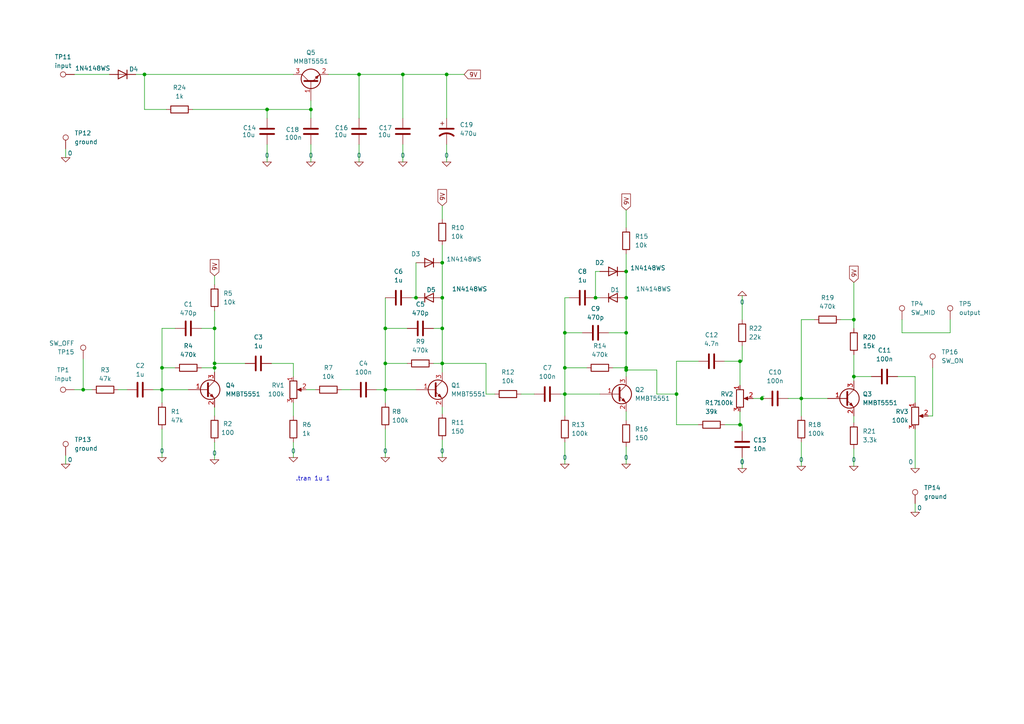
<source format=kicad_sch>
(kicad_sch (version 20250114) (generator "eeschema") (generator_version "9.0")
  (paper "A4")
  (lib_symbols
    (symbol "Connector:TestPoint" (pin_numbers (hide yes)) (pin_names (offset 0.762) (hide yes))
      (property "Reference" "TP" (at 0 6.858 0))
      (property "Value" "TestPoint" (at 0 5.08 0))
      (symbol "TestPoint_0_1"
        (circle (center 0 3.302) (radius 0.762))
      )
      (symbol "TestPoint_1_1"
        (pin passive line (at 0 0 90) (length 2.54) (name "1") (number "1"))
      )
    )
    (symbol "Device:C" (pin_numbers (hide yes)) (pin_names (offset 0.254))
      (property "Reference" "C" (at 0.635 2.54 0))
      (property "Value" "C" (at 0.635 -2.54 0))
      (symbol "C_0_1"
        (polyline (pts (xy -2.032 0.762) (xy 2.032 0.762)) (stroke (width 0.508)))
        (polyline (pts (xy -2.032 -0.762) (xy 2.032 -0.762)) (stroke (width 0.508)))
      )
      (symbol "C_1_1"
        (pin passive line (at 0 3.81 270) (length 2.794) (name "~") (number "1"))
        (pin passive line (at 0 -3.81 90) (length 2.794) (name "~") (number "2"))
      )
    )
    (symbol "Device:C_Polarized_US" (pin_numbers (hide yes)) (pin_names (offset 0.254) (hide yes))
      (property "Reference" "C" (at 0.635 2.54 0))
      (property "Value" "C_Polarized_US" (at 0.635 -2.54 0))
      (symbol "C_Polarized_US_0_1"
        (polyline (pts (xy -2.032 0.762) (xy 2.032 0.762)) (stroke (width 0.508)))
        (polyline (pts (xy -1.778 2.286) (xy -0.762 2.286)))
        (polyline (pts (xy -1.27 1.778) (xy -1.27 2.794)))
        (arc (start -2.032 -1.27) (mid 0 -0.5572) (end 2.032 -1.27) (stroke (width 0.508)))
      )
      (symbol "C_Polarized_US_1_1"
        (pin passive line (at 0 3.81 270) (length 2.794) (name "~") (number "1"))
        (pin passive line (at 0 -3.81 90) (length 3.302) (name "~") (number "2"))
      )
    )
    (symbol "Device:R" (pin_numbers (hide yes)) (pin_names (offset 0))
      (property "Reference" "R" (at 2.032 0 90))
      (property "Value" "R" (at 0 0 90))
      (symbol "R_0_1"
        (rectangle (start -1.016 -2.54) (end 1.016 2.54) (stroke (width 0.254)))
      )
      (symbol "R_1_1"
        (pin passive line (at 0 3.81 270) (length 1.27) (name "~") (number "1"))
        (pin passive line (at 0 -3.81 90) (length 1.27) (name "~") (number "2"))
      )
    )
    (symbol "Device:R_Potentiometer" (pin_names (offset 1.016) (hide yes))
      (property "Reference" "RV" (at -4.445 0 90))
      (property "Value" "R_Potentiometer" (at -2.54 0 90))
      (symbol "R_Potentiometer_0_1"
        (rectangle (start 1.016 2.54) (end -1.016 -2.54) (stroke (width 0.254)))
        (polyline (pts (xy 1.143 0) (xy 2.286 0.508) (xy 2.286 -0.508) (xy 1.143 0)) (fill (type outline)))
        (polyline (pts (xy 2.54 0) (xy 1.524 0)))
      )
      (symbol "R_Potentiometer_1_1"
        (pin passive line (at 0 3.81 270) (length 1.27) (name "1") (number "1"))
        (pin passive line (at 0 -3.81 90) (length 1.27) (name "3") (number "3"))
        (pin passive line (at 3.81 0 180) (length 1.27) (name "2") (number "2"))
      )
    )
    (symbol "Diode:1N4148WS" (pin_numbers (hide yes)) (pin_names (hide yes))
      (property "Reference" "D" (at 0 2.54 0))
      (property "Value" "1N4148WS" (at 0 -2.54 0))
      (symbol "1N4148WS_0_1"
        (polyline (pts (xy -1.27 1.27) (xy -1.27 -1.27)) (stroke (width 0.254)))
        (polyline (pts (xy 1.27 1.27) (xy 1.27 -1.27) (xy -1.27 0) (xy 1.27 1.27)) (stroke (width 0.254)))
        (polyline (pts (xy 1.27 0) (xy -1.27 0)))
      )
      (symbol "1N4148WS_1_1"
        (pin passive line (at -3.81 0 0) (length 2.54) (name "K") (number "1"))
        (pin passive line (at 3.81 0 180) (length 2.54) (name "A") (number "2"))
      )
    )
    (symbol "Simulation_SPICE:0" (power) (pin_names (offset 0))
      (property "Value" "0" (at 0 -1.778 0))
      (symbol "0_0_1"
        (polyline (pts (xy -1.27 0) (xy 0 -1.27) (xy 1.27 0) (xy -1.27 0)))
      )
      (symbol "0_1_1"
        (pin power_in line (at 0 0 0) (length 0) (hide yes) (name "0") (number "1"))
      )
    )
    (symbol "Transistor_BJT:BC817" (pin_names (offset 0) (hide yes))
      (property "Reference" "Q" (at 5.08 1.905 0))
      (property "Value" "BC817" (at 5.08 0 0))
      (symbol "BC817_0_1"
        (polyline (pts (xy 0.635 1.905) (xy 0.635 -1.905) (xy 0.635 -1.905)) (stroke (width 0.508)))
        (polyline (pts (xy 0.635 0.635) (xy 2.54 2.54)))
        (polyline (pts (xy 0.635 -0.635) (xy 2.54 -2.54) (xy 2.54 -2.54)))
        (circle (center 1.27 0) (radius 2.8194) (stroke (width 0.254)))
        (polyline (pts (xy 1.27 -1.778) (xy 1.778 -1.27) (xy 2.286 -2.286) (xy 1.27 -1.778) (xy 1.27 -1.778)) (fill (type outline)))
      )
      (symbol "BC817_1_1"
        (pin input line (at -5.08 0 0) (length 5.715) (name "B") (number "1"))
        (pin passive line (at 2.54 5.08 270) (length 2.54) (name "C") (number "3"))
        (pin passive line (at 2.54 -5.08 90) (length 2.54) (name "E") (number "2"))
      )
    )
  )
  (text ".tran 1u 1" (at 85.725 139.7 0) (effects (font (size 1.27 1.27)) (justify left bottom)))
  (junction (at 181.61 107.315))
  (junction (at 77.47 31.75))
  (junction (at 46.99 113.03))
  (junction (at 129.54 21.59))
  (junction (at 247.65 92.71))
  (junction (at 181.61 96.52))
  (junction (at 214.63 123.19))
  (junction (at 214.63 104.775))
  (junction (at 116.84 21.59))
  (junction (at 128.27 105.41))
  (junction (at 128.27 86.36))
  (junction (at 104.14 21.59))
  (junction (at 181.61 78.74))
  (junction (at 163.83 106.68))
  (junction (at 24.13 113.03))
  (junction (at 90.17 31.75))
  (junction (at 247.65 109.22))
  (junction (at 128.27 95.25))
  (junction (at 163.83 96.52))
  (junction (at 111.76 113.03))
  (junction (at 196.215 114.3))
  (junction (at 46.99 106.68))
  (junction (at 120.65 86.36))
  (junction (at 163.83 114.3))
  (junction (at 181.61 86.36))
  (junction (at 62.23 95.25))
  (junction (at 111.76 95.25))
  (junction (at 232.41 115.57))
  (junction (at 181.61 106.68))
  (junction (at 220.98 115.57))
  (junction (at 128.27 76.2))
  (junction (at 62.23 106.68))
  (junction (at 41.91 21.59))
  (junction (at 172.72 86.36))
  (junction (at 62.23 105.41))
  (junction (at 111.76 105.41))
  (wire (pts (xy 181.61 86.36) (xy 181.61 96.52)))
  (wire (pts (xy 128.27 86.36) (xy 128.27 95.25)))
  (wire (pts (xy 39.37 21.59) (xy 41.91 21.59)))
  (wire (pts (xy 58.42 106.68) (xy 62.23 106.68)))
  (wire (pts (xy 46.99 113.03) (xy 54.61 113.03)))
  (wire (pts (xy 125.73 105.41) (xy 128.27 105.41)))
  (wire (pts (xy 215.265 100.33) (xy 215.265 104.775)))
  (wire (pts (xy 202.565 104.775) (xy 196.215 104.775)))
  (wire (pts (xy 163.83 86.36) (xy 163.83 96.52)))
  (wire (pts (xy 62.23 107.95) (xy 62.23 106.68)))
  (wire (pts (xy 181.61 129.54) (xy 181.61 134.62)))
  (wire (pts (xy 50.8 95.25) (xy 46.99 95.25)))
  (wire (pts (xy 151.13 114.3) (xy 154.94 114.3)))
  (wire (pts (xy 26.67 113.03) (xy 24.13 113.03)))
  (wire (pts (xy 116.84 21.59) (xy 116.84 34.29)))
  (wire (pts (xy 129.54 41.91) (xy 129.54 46.99)))
  (wire (pts (xy 62.23 105.41) (xy 71.12 105.41)))
  (wire (pts (xy 104.14 41.91) (xy 104.14 46.99)))
  (wire (pts (xy 215.265 125.095) (xy 215.265 123.19)))
  (wire (pts (xy 24.13 104.14) (xy 24.13 113.03)))
  (wire (pts (xy 220.98 115.57) (xy 220.98 114.935)))
  (wire (pts (xy 260.35 109.22) (xy 265.43 109.22)))
  (wire (pts (xy 128.27 105.41) (xy 128.27 107.95)))
  (wire (pts (xy 41.91 21.59) (xy 41.91 31.75)))
  (wire (pts (xy 181.61 96.52) (xy 181.61 106.68)))
  (wire (pts (xy 215.265 132.715) (xy 215.265 135.89)))
  (wire (pts (xy 77.47 31.75) (xy 90.17 31.75)))
  (wire (pts (xy 181.61 119.38) (xy 181.61 121.92)))
  (wire (pts (xy 181.61 106.68) (xy 181.61 107.315)))
  (wire (pts (xy 44.45 113.03) (xy 46.99 113.03)))
  (wire (pts (xy 50.8 106.68) (xy 46.99 106.68)))
  (wire (pts (xy 128.27 76.2) (xy 128.27 86.36)))
  (wire (pts (xy 77.47 41.91) (xy 77.47 46.99)))
  (wire (pts (xy 111.76 105.41) (xy 111.76 113.03)))
  (wire (pts (xy 140.97 114.3) (xy 140.97 105.41)))
  (wire (pts (xy 172.72 86.36) (xy 173.99 86.36)))
  (wire (pts (xy 181.61 107.315) (xy 181.61 109.22)))
  (wire (pts (xy 111.76 124.46) (xy 111.76 132.715)))
  (wire (pts (xy 111.76 95.25) (xy 118.11 95.25)))
  (wire (pts (xy 190.5 114.3) (xy 190.5 107.315)))
  (wire (pts (xy 48.26 31.75) (xy 41.91 31.75)))
  (wire (pts (xy 190.5 114.3) (xy 196.215 114.3)))
  (wire (pts (xy 128.27 59.69) (xy 128.27 63.5)))
  (wire (pts (xy 163.83 106.68) (xy 163.83 114.3)))
  (wire (pts (xy 220.98 114.935) (xy 221.615 114.935)))
  (wire (pts (xy 210.185 104.775) (xy 214.63 104.775)))
  (wire (pts (xy 232.41 92.71) (xy 232.41 115.57)))
  (wire (pts (xy 46.99 116.84) (xy 46.99 113.03)))
  (wire (pts (xy 163.83 96.52) (xy 163.83 106.68)))
  (wire (pts (xy 140.97 114.3) (xy 143.51 114.3)))
  (wire (pts (xy 261.62 92.71) (xy 261.62 96.52)))
  (wire (pts (xy 62.23 95.25) (xy 62.23 105.41)))
  (wire (pts (xy 46.99 124.46) (xy 46.99 132.715)))
  (wire (pts (xy 129.54 21.59) (xy 116.84 21.59)))
  (wire (pts (xy 162.56 114.3) (xy 163.83 114.3)))
  (wire (pts (xy 111.76 113.03) (xy 120.65 113.03)))
  (wire (pts (xy 77.47 31.75) (xy 77.47 34.29)))
  (wire (pts (xy 265.43 116.84) (xy 265.43 109.22)))
  (wire (pts (xy 196.215 104.775) (xy 196.215 114.3)))
  (wire (pts (xy 210.185 123.19) (xy 214.63 123.19)))
  (wire (pts (xy 247.65 120.65) (xy 247.65 122.555)))
  (wire (pts (xy 247.65 130.175) (xy 247.65 135.255)))
  (wire (pts (xy 21.59 21.59) (xy 31.75 21.59)))
  (wire (pts (xy 62.23 128.27) (xy 62.23 133.35)))
  (wire (pts (xy 236.22 92.71) (xy 232.41 92.71)))
  (wire (pts (xy 243.84 92.71) (xy 247.65 92.71)))
  (wire (pts (xy 111.76 86.36) (xy 111.76 95.25)))
  (wire (pts (xy 252.73 109.22) (xy 247.65 109.22)))
  (wire (pts (xy 34.29 113.03) (xy 36.83 113.03)))
  (wire (pts (xy 218.44 115.57) (xy 220.98 115.57)))
  (wire (pts (xy 111.76 95.25) (xy 111.76 105.41)))
  (wire (pts (xy 109.22 113.03) (xy 111.76 113.03)))
  (wire (pts (xy 62.23 106.68) (xy 62.23 105.41)))
  (wire (pts (xy 270.51 106.68) (xy 270.51 120.65)))
  (wire (pts (xy 95.25 21.59) (xy 104.14 21.59)))
  (wire (pts (xy 90.17 29.21) (xy 90.17 31.75)))
  (wire (pts (xy 128.27 105.41) (xy 140.97 105.41)))
  (wire (pts (xy 176.53 96.52) (xy 181.61 96.52)))
  (wire (pts (xy 247.65 102.87) (xy 247.65 109.22)))
  (wire (pts (xy 265.43 124.46) (xy 265.43 135.89)))
  (wire (pts (xy 129.54 21.59) (xy 129.54 34.29)))
  (wire (pts (xy 214.63 123.19) (xy 214.63 119.38)))
  (wire (pts (xy 125.73 95.25) (xy 128.27 95.25)))
  (wire (pts (xy 111.76 116.84) (xy 111.76 113.03)))
  (wire (pts (xy 134.62 21.59) (xy 129.54 21.59)))
  (wire (pts (xy 111.76 105.41) (xy 118.11 105.41)))
  (wire (pts (xy 62.23 118.11) (xy 62.23 120.65)))
  (wire (pts (xy 41.91 21.59) (xy 85.09 21.59)))
  (wire (pts (xy 275.59 96.52) (xy 275.59 92.71)))
  (wire (pts (xy 232.41 115.57) (xy 240.03 115.57)))
  (wire (pts (xy 247.65 92.71) (xy 247.65 95.25)))
  (wire (pts (xy 228.6 115.57) (xy 232.41 115.57)))
  (wire (pts (xy 163.83 86.36) (xy 165.1 86.36)))
  (wire (pts (xy 19.05 43.18) (xy 19.05 45.72)))
  (wire (pts (xy 215.265 85.725) (xy 215.265 92.71)))
  (wire (pts (xy 46.99 95.25) (xy 46.99 106.68)))
  (wire (pts (xy 163.83 106.68) (xy 170.18 106.68)))
  (wire (pts (xy 90.17 34.29) (xy 90.17 31.75)))
  (wire (pts (xy 163.83 114.3) (xy 163.83 120.65)))
  (wire (pts (xy 128.27 118.11) (xy 128.27 120.015)))
  (wire (pts (xy 24.13 113.03) (xy 21.59 113.03)))
  (wire (pts (xy 247.65 81.915) (xy 247.65 92.71)))
  (wire (pts (xy 214.63 123.19) (xy 215.265 123.19)))
  (wire (pts (xy 214.63 104.775) (xy 214.63 111.76)))
  (wire (pts (xy 232.41 120.65) (xy 232.41 115.57)))
  (wire (pts (xy 172.72 78.74) (xy 173.99 78.74)))
  (wire (pts (xy 181.61 78.74) (xy 181.61 86.36)))
  (wire (pts (xy 214.63 104.775) (xy 215.265 104.775)))
  (wire (pts (xy 62.23 80.01) (xy 62.23 82.55)))
  (wire (pts (xy 181.61 60.96) (xy 181.61 66.04)))
  (wire (pts (xy 172.72 78.74) (xy 172.72 86.36)))
  (wire (pts (xy 163.83 114.3) (xy 173.99 114.3)))
  (wire (pts (xy 265.43 146.05) (xy 265.43 148.59)))
  (wire (pts (xy 163.83 128.27) (xy 163.83 134.62)))
  (wire (pts (xy 128.27 71.12) (xy 128.27 76.2)))
  (wire (pts (xy 247.65 109.22) (xy 247.65 110.49)))
  (wire (pts (xy 99.06 113.03) (xy 101.6 113.03)))
  (wire (pts (xy 58.42 95.25) (xy 62.23 95.25)))
  (wire (pts (xy 46.99 106.68) (xy 46.99 113.03)))
  (wire (pts (xy 181.61 107.315) (xy 190.5 107.315)))
  (wire (pts (xy 128.27 95.25) (xy 128.27 105.41)))
  (wire (pts (xy 78.74 105.41) (xy 85.09 105.41)))
  (wire (pts (xy 62.23 90.17) (xy 62.23 95.25)))
  (wire (pts (xy 181.61 73.66) (xy 181.61 78.74)))
  (wire (pts (xy 88.9 113.03) (xy 91.44 113.03)))
  (wire (pts (xy 116.84 41.91) (xy 116.84 46.99)))
  (wire (pts (xy 90.17 41.91) (xy 90.17 46.99)))
  (wire (pts (xy 196.215 123.19) (xy 202.565 123.19)))
  (wire (pts (xy 196.215 114.3) (xy 196.215 123.19)))
  (wire (pts (xy 177.8 106.68) (xy 181.61 106.68)))
  (wire (pts (xy 104.14 21.59) (xy 104.14 34.29)))
  (wire (pts (xy 19.05 132.08) (xy 19.05 134.62)))
  (wire (pts (xy 261.62 96.52) (xy 275.59 96.52)))
  (wire (pts (xy 85.09 105.41) (xy 85.09 109.22)))
  (wire (pts (xy 128.27 127.635) (xy 128.27 132.715)))
  (wire (pts (xy 270.51 120.65) (xy 269.24 120.65)))
  (wire (pts (xy 55.88 31.75) (xy 77.47 31.75)))
  (wire (pts (xy 85.09 128.27) (xy 85.09 132.715)))
  (wire (pts (xy 120.65 76.2) (xy 120.65 86.36)))
  (wire (pts (xy 119.38 86.36) (xy 120.65 86.36)))
  (wire (pts (xy 85.09 116.84) (xy 85.09 120.65)))
  (wire (pts (xy 163.83 96.52) (xy 168.91 96.52)))
  (wire (pts (xy 116.84 21.59) (xy 104.14 21.59)))
  (wire (pts (xy 232.41 128.27) (xy 232.41 135.255)))
  (global_label "9V" (shape input) (at 134.62 21.59 0) (property "Intersheetrefs" "${INTERSHEET_REFS}" (effects (hide yes))))
  (global_label "9V" (shape input) (at 62.23 80.01 90) (property "Intersheetrefs" "${INTERSHEET_REFS}" (effects (hide yes))))
  (global_label "9V" (shape input) (at 128.27 59.69 90) (property "Intersheetrefs" "${INTERSHEET_REFS}" (effects (hide yes))))
  (global_label "9V" (shape input) (at 247.65 81.915 90) (property "Intersheetrefs" "${INTERSHEET_REFS}" (effects (hide yes))))
  (global_label "9V" (shape input) (at 181.61 60.96 90) (property "Intersheetrefs" "${INTERSHEET_REFS}" (effects (hide yes))))
  (symbol (lib_id "Diode:1N4148WS") (at 35.56 21.59 180) (unit 1)
    (property "Reference" "D4" (at 40.132 20.066 0) (effects (justify left)))
    (property "Value" "1N4148WS" (at 32.004 19.812 0) (effects (justify left)))
    (property "Footprint" "Diode_SMD:D_SOD-323" (effects (hide yes)))
    (property "Datasheet" "https://www.vishay.com/docs/85751/1n4148ws.pdf" (effects (hide yes)))
    (property "Sim.Device" "D" (effects (hide yes)))
    (property "Sim.Pins" "1=K 2=A" (effects (hide yes)))
    (property "Sim.Library" "/home/ostoja/spice_models/diode/1N4148.lib" (effects (hide yes)))
    (property "Sim.Name" "1N4148" (effects (hide yes)))
    (property "LCSC" "C2128" (effects (hide yes)))
  )
  (symbol (lib_id "Diode:1N4148WS") (at 177.8 86.36 0) (unit 1)
    (property "Reference" "D1" (at 177.038 84.074 0) (effects (justify left)))
    (property "Value" "1N4148WS" (at 184.404 83.82 0) (effects (justify left)))
    (property "Footprint" "Diode_SMD:D_SOD-323" (effects (hide yes)))
    (property "Datasheet" "https://www.vishay.com/docs/85751/1n4148ws.pdf" (effects (hide yes)))
    (property "Sim.Device" "D" (effects (hide yes)))
    (property "Sim.Pins" "1=K 2=A" (effects (hide yes)))
    (property "Sim.Library" "/home/ostoja/spice_models/diode/1N4148.lib" (effects (hide yes)))
    (property "Sim.Name" "1N4148" (effects (hide yes)))
    (property "LCSC" "C2128" (effects (hide yes)))
  )
  (symbol (lib_id "Simulation_SPICE:0") (at 265.43 135.89 0) (unit 1)
    (property "Reference" "#GND014" (effects (hide yes)))
    (property "Value" "0" (at 264.16 133.985 0))
  )
  (symbol (lib_id "Simulation_SPICE:0") (at 19.05 134.62 0) (unit 1)
    (property "Reference" "#GND017" (effects (hide yes)))
    (property "Value" "0" (at 20.32 133.35 0))
  )
  (symbol (lib_id "Simulation_SPICE:0") (at 77.47 46.99 0) (unit 1)
    (property "Reference" "#GND016" (effects (hide yes)))
    (property "Value" "0" (at 77.47 45.085 0))
  )
  (symbol (lib_id "Device:R") (at 46.99 120.65 0) (unit 1)
    (property "Reference" "R1" (at 49.53 119.38 0) (effects (justify left)))
    (property "Value" "47k" (at 49.53 121.92 0) (effects (justify left)))
    (property "Footprint" "Resistor_SMD:R_0603_1608Metric_Pad0.98x0.95mm_HandSolder" (effects (hide yes)))
    (property "LCSC" "C25819" (effects (hide yes)))
  )
  (symbol (lib_id "Simulation_SPICE:0") (at 215.265 85.725 180) (unit 1)
    (property "Reference" "#GND013" (effects (hide yes)))
    (property "Value" "0" (at 215.265 87.63 0))
  )
  (symbol (lib_id "Simulation_SPICE:0") (at 90.17 46.99 0) (unit 1)
    (property "Reference" "#GND024" (effects (hide yes)))
    (property "Value" "0" (at 90.17 45.085 0))
  )
  (symbol (lib_id "Device:C") (at 206.375 104.775 90) (unit 1)
    (property "Reference" "C12" (at 206.375 97.155 90))
    (property "Value" "4.7n" (at 206.375 99.695 90))
    (property "Footprint" "Capacitor_SMD:C_0603_1608Metric_Pad1.08x0.95mm_HandSolder" (effects (hide yes)))
    (property "LCSC" "C53987" (effects (hide yes)))
  )
  (symbol (lib_id "Transistor_BJT:BC817") (at 125.73 113.03 0) (unit 1)
    (property "Reference" "Q1" (at 130.81 111.7599 0) (effects (justify left)))
    (property "Value" "MMBT5551" (at 130.81 114.2999 0) (effects (justify left)))
    (property "Footprint" "Package_TO_SOT_SMD:SOT-23" (effects (hide yes)))
    (property "Datasheet" "https://www.onsemi.com/pub/Collateral/BC818-D.pdf" (effects (hide yes)))
    (property "Sim.Library" "/home/ostoja/spice_models/bjts/BC817-40.lib" (effects (hide yes)))
    (property "Sim.Name" "BC817-40" (effects (hide yes)))
    (property "Sim.Device" "NPN" (effects (hide yes)))
    (property "Sim.Type" "GUMMELPOON" (effects (hide yes)))
    (property "Sim.Pins" "1=B 2=E 3=C" (effects (hide yes)))
    (property "Sim.Params" "is=62860a isc=187700a" (effects (hide yes)))
    (property "LCSC" "C2145" (effects (hide yes)))
  )
  (symbol (lib_id "Device:R") (at 163.83 124.46 0) (unit 1)
    (property "Reference" "R13" (at 165.735 123.19 0) (effects (justify left)))
    (property "Value" "100k" (at 165.735 125.73 0) (effects (justify left)))
    (property "Footprint" "Resistor_SMD:R_0603_1608Metric_Pad0.98x0.95mm_HandSolder" (effects (hide yes)))
    (property "LCSC" "C25803" (effects (hide yes)))
  )
  (symbol (lib_id "Device:C") (at 90.17 38.1 180) (unit 1)
    (property "Reference" "C18" (at 84.836 37.592 0))
    (property "Value" "100n" (at 85.09 39.878 0))
    (property "Footprint" "Capacitor_SMD:C_0603_1608Metric_Pad1.08x0.95mm_HandSolder" (effects (hide yes)))
    (property "LCSC" "C14663" (effects (hide yes)))
  )
  (symbol (lib_id "Device:R") (at 111.76 120.65 0) (unit 1)
    (property "Reference" "R8" (at 113.665 119.38 0) (effects (justify left)))
    (property "Value" "100k" (at 113.665 121.92 0) (effects (justify left)))
    (property "Footprint" "Resistor_SMD:R_0603_1608Metric_Pad0.98x0.95mm_HandSolder" (effects (hide yes)))
    (property "LCSC" "C25803" (effects (hide yes)))
  )
  (symbol (lib_id "Device:C") (at 121.92 95.25 90) (unit 1)
    (property "Reference" "C5" (at 121.92 88.265 90))
    (property "Value" "470p" (at 121.92 90.805 90))
    (property "Footprint" "Capacitor_SMD:C_0603_1608Metric_Pad1.08x0.95mm_HandSolder" (effects (hide yes)))
    (property "LCSC" "C1620" (effects (hide yes)))
  )
  (symbol (lib_id "Device:R") (at 30.48 113.03 90) (unit 1)
    (property "Reference" "R3" (at 30.48 107.315 90))
    (property "Value" "47k" (at 30.48 109.855 90))
    (property "Footprint" "Resistor_SMD:R_0603_1608Metric_Pad0.98x0.95mm_HandSolder" (effects (hide yes)))
    (property "LCSC" "C25819" (effects (hide yes)))
  )
  (symbol (lib_id "Device:R") (at 247.65 99.06 180) (unit 1)
    (property "Reference" "R20" (at 250.19 97.79 0) (effects (justify right)))
    (property "Value" "15k" (at 250.19 100.33 0) (effects (justify right)))
    (property "Footprint" "Resistor_SMD:R_0603_1608Metric_Pad0.98x0.95mm_HandSolder" (effects (hide yes)))
    (property "LCSC" "C22809" (effects (hide yes)))
  )
  (symbol (lib_id "Device:C") (at 215.265 128.905 180) (unit 1)
    (property "Reference" "C13" (at 218.44 127.635 0) (effects (justify right)))
    (property "Value" "10n" (at 218.44 130.175 0) (effects (justify right)))
    (property "Footprint" "Capacitor_SMD:C_0603_1608Metric_Pad1.08x0.95mm_HandSolder" (effects (hide yes)))
    (property "LCSC" "C57112" (effects (hide yes)))
  )
  (symbol (lib_id "Device:C") (at 40.64 113.03 90) (unit 1)
    (property "Reference" "C2" (at 40.64 106.045 90))
    (property "Value" "1u" (at 40.64 108.585 90))
    (property "Footprint" "Capacitor_SMD:C_0603_1608Metric_Pad1.08x0.95mm_HandSolder" (effects (hide yes)))
    (property "LCSC" "C15849" (effects (hide yes)))
  )
  (symbol (lib_id "Device:R_Potentiometer") (at 85.09 113.03 0) (unit 1)
    (property "Reference" "RV1" (at 82.55 111.7599 0) (effects (justify right)))
    (property "Value" "100k" (at 82.55 114.2999 0) (effects (justify right)))
    (property "Footprint" "Potentiometer_THT:Potentiometer_Alpha_RD901F-40-00D_Single_Vertical" (effects (hide yes)))
    (property "Sim.Device" "R" (effects (hide yes)))
    (property "Sim.Type" "POT" (effects (hide yes)))
    (property "Sim.Pins" "1=r0 2=wiper 3=r1" (effects (hide yes)))
    (property "Sim.Params" "r=10k" (effects (hide yes)))
  )
  (symbol (lib_id "Connector:TestPoint") (at 21.59 21.59 90) (unit 1)
    (property "Reference" "TP11" (at 18.288 16.51 90))
    (property "Value" "input" (at 18.288 19.05 90))
    (property "Footprint" "TestPoint:TestPoint_THTPad_2.5x2.5mm_Drill1.2mm" (effects (hide yes)))
  )
  (symbol (lib_id "Device:C") (at 115.57 86.36 90) (unit 1)
    (property "Reference" "C6" (at 115.57 78.74 90))
    (property "Value" "1u" (at 115.57 81.28 90))
    (property "Footprint" "Capacitor_SMD:C_0603_1608Metric_Pad1.08x0.95mm_HandSolder" (effects (hide yes)))
    (property "LCSC" "C15849" (effects (hide yes)))
  )
  (symbol (lib_id "Connector:TestPoint") (at 261.62 92.71 0) (unit 1)
    (property "Reference" "TP4" (at 264.16 88.1379 0) (effects (justify left)))
    (property "Value" "SW_MID" (at 264.16 90.6779 0) (effects (justify left)))
    (property "Footprint" "TestPoint:TestPoint_THTPad_2.5x2.5mm_Drill1.2mm" (effects (hide yes)))
  )
  (symbol (lib_id "Connector:TestPoint") (at 24.13 104.14 0) (unit 1)
    (property "Reference" "TP15" (at 21.59 102.1081 0) (effects (justify right)))
    (property "Value" "SW_OFF" (at 21.59 99.5681 0) (effects (justify right)))
    (property "Footprint" "TestPoint:TestPoint_THTPad_2.5x2.5mm_Drill1.2mm" (effects (hide yes)))
  )
  (symbol (lib_id "Device:R") (at 240.03 92.71 90) (unit 1)
    (property "Reference" "R19" (at 240.03 86.36 90))
    (property "Value" "470k" (at 240.03 88.9 90))
    (property "Footprint" "Resistor_SMD:R_0603_1608Metric_Pad0.98x0.95mm_HandSolder" (effects (hide yes)))
    (property "LCSC" "C23178" (effects (hide yes)))
  )
  (symbol (lib_id "Connector:TestPoint") (at 275.59 92.71 0) (unit 1)
    (property "Reference" "TP5" (at 278.13 88.1379 0) (effects (justify left)))
    (property "Value" "output" (at 278.13 90.6779 0) (effects (justify left)))
    (property "Footprint" "TestPoint:TestPoint_THTPad_2.5x2.5mm_Drill1.2mm" (effects (hide yes)))
  )
  (symbol (lib_id "Device:R") (at 247.65 126.365 0) (unit 1)
    (property "Reference" "R21" (at 250.19 125.095 0) (effects (justify left)))
    (property "Value" "3.3k" (at 250.19 127.635 0) (effects (justify left)))
    (property "Footprint" "Resistor_SMD:R_0603_1608Metric_Pad0.98x0.95mm_HandSolder" (effects (hide yes)))
    (property "LCSC" "C22978" (effects (hide yes)))
  )
  (symbol (lib_id "Device:R") (at 62.23 124.46 0) (mirror x) (unit 1)
    (property "Reference" "R2" (at 66.04 122.936 0))
    (property "Value" "100" (at 66.04 125.476 0))
    (property "Footprint" "Resistor_SMD:R_0603_1608Metric_Pad0.98x0.95mm_HandSolder" (effects (hide yes)))
    (property "LCSC" "C22775" (effects (hide yes)))
  )
  (symbol (lib_id "Simulation_SPICE:0") (at 62.23 133.35 0) (unit 1)
    (property "Reference" "#GND02" (effects (hide yes)))
    (property "Value" "0" (at 62.23 131.445 0))
  )
  (symbol (lib_id "Device:C") (at 77.47 38.1 0) (mirror y) (unit 1)
    (property "Reference" "C14" (at 72.39 37.084 0))
    (property "Value" "10u" (at 72.136 39.116 0))
    (property "Footprint" "Capacitor_SMD:C_0603_1608Metric_Pad1.08x0.95mm_HandSolder" (effects (hide yes)))
    (property "LCSC" "C96446" (effects (hide yes)))
  )
  (symbol (lib_id "Device:C") (at 105.41 113.03 90) (unit 1)
    (property "Reference" "C4" (at 105.41 105.41 90))
    (property "Value" "100n" (at 105.41 107.95 90))
    (property "Footprint" "Capacitor_SMD:C_0603_1608Metric_Pad1.08x0.95mm_HandSolder" (effects (hide yes)))
    (property "LCSC" "C14663" (effects (hide yes)))
  )
  (symbol (lib_id "Device:R") (at 128.27 123.825 0) (unit 1)
    (property "Reference" "R11" (at 130.81 122.555 0) (effects (justify left)))
    (property "Value" "150" (at 130.81 125.095 0) (effects (justify left)))
    (property "Footprint" "Resistor_SMD:R_0603_1608Metric_Pad0.98x0.95mm_HandSolder" (effects (hide yes)))
    (property "LCSC" "C22808" (effects (hide yes)))
  )
  (symbol (lib_id "Device:C") (at 54.61 95.25 90) (unit 1)
    (property "Reference" "C1" (at 54.61 88.265 90))
    (property "Value" "470p" (at 54.61 90.805 90))
    (property "Footprint" "Capacitor_SMD:C_0603_1608Metric_Pad1.08x0.95mm_HandSolder" (effects (hide yes)))
    (property "LCSC" "C1620" (effects (hide yes)))
  )
  (symbol (lib_id "Transistor_BJT:BC817") (at 59.69 113.03 0) (unit 1)
    (property "Reference" "Q4" (at 65.405 111.76 0) (effects (justify left)))
    (property "Value" "MMBT5551" (at 65.405 114.3 0) (effects (justify left)))
    (property "Footprint" "Package_TO_SOT_SMD:SOT-23" (effects (hide yes)))
    (property "Datasheet" "https://www.onsemi.com/pub/Collateral/BC818-D.pdf" (effects (hide yes)))
    (property "Sim.Library" "/home/ostoja/spice_models/bjts/BC817-40.lib" (effects (hide yes)))
    (property "Sim.Name" "BC817-40" (effects (hide yes)))
    (property "Sim.Device" "NPN" (effects (hide yes)))
    (property "Sim.Type" "GUMMELPOON" (effects (hide yes)))
    (property "Sim.Pins" "1=B 2=E 3=C" (effects (hide yes)))
    (property "Sim.Params" "is=62860a isc=187700a" (effects (hide yes)))
    (property "LCSC" "C2145" (effects (hide yes)))
  )
  (symbol (lib_id "Transistor_BJT:BC817") (at 179.07 114.3 0) (unit 1)
    (property "Reference" "Q2" (at 184.15 113.0299 0) (effects (justify left)))
    (property "Value" "MMBT5551" (at 184.15 115.5699 0) (effects (justify left)))
    (property "Footprint" "Package_TO_SOT_SMD:SOT-23" (effects (hide yes)))
    (property "Datasheet" "https://www.onsemi.com/pub/Collateral/BC818-D.pdf" (effects (hide yes)))
    (property "Sim.Library" "/home/ostoja/spice_models/bjts/BC817-40.lib" (effects (hide yes)))
    (property "Sim.Name" "BC817-40" (effects (hide yes)))
    (property "Sim.Device" "NPN" (effects (hide yes)))
    (property "Sim.Type" "GUMMELPOON" (effects (hide yes)))
    (property "Sim.Pins" "1=B 2=E 3=C" (effects (hide yes)))
    (property "Sim.Params" "is=62860a isc=187700a" (effects (hide yes)))
    (property "LCSC" "C2145" (effects (hide yes)))
  )
  (symbol (lib_id "Device:R") (at 52.07 31.75 270) (unit 1)
    (property "Reference" "R24" (at 52.07 25.4 90))
    (property "Value" "1k" (at 52.07 27.94 90))
    (property "Footprint" "Resistor_SMD:R_0603_1608Metric_Pad0.98x0.95mm_HandSolder" (effects (hide yes)))
    (property "LCSC" "C21190" (effects (hide yes)))
  )
  (symbol (lib_id "Diode:1N4148WS") (at 177.8 78.74 0) (mirror y) (unit 1)
    (property "Reference" "D2" (at 175.26 76.2 0) (effects (justify left)))
    (property "Value" "1N4148WS" (at 193.04 77.724 0) (effects (justify left)))
    (property "Footprint" "Diode_SMD:D_SOD-323" (effects (hide yes)))
    (property "Datasheet" "https://www.vishay.com/docs/85751/1n4148ws.pdf" (effects (hide yes)))
    (property "Sim.Device" "D" (effects (hide yes)))
    (property "Sim.Pins" "1=K 2=A" (effects (hide yes)))
    (property "Sim.Library" "/home/ostoja/spice_models/diode/1N4148.lib" (effects (hide yes)))
    (property "Sim.Name" "1N4148" (effects (hide yes)))
    (property "LCSC" "C2128" (effects (hide yes)))
  )
  (symbol (lib_id "Transistor_BJT:BC817") (at 90.17 24.13 90) (unit 1)
    (property "Reference" "Q5" (at 90.17 15.24 90))
    (property "Value" "MMBT5551" (at 90.17 17.78 90))
    (property "Footprint" "Package_TO_SOT_SMD:SOT-23" (effects (hide yes)))
    (property "Datasheet" "https://www.onsemi.com/pub/Collateral/BC818-D.pdf" (effects (hide yes)))
    (property "Sim.Library" "/home/ostoja/spice_models/bjts/BC817-40.lib" (effects (hide yes)))
    (property "Sim.Name" "BC817-40" (effects (hide yes)))
    (property "Sim.Device" "NPN" (effects (hide yes)))
    (property "Sim.Type" "GUMMELPOON" (effects (hide yes)))
    (property "Sim.Pins" "1=B 2=E 3=C" (effects (hide yes)))
    (property "Sim.Params" "is=62860a isc=187700a" (effects (hide yes)))
    (property "LCSC" "C2145" (effects (hide yes)))
  )
  (symbol (lib_id "Simulation_SPICE:0") (at 129.54 46.99 0) (unit 1)
    (property "Reference" "#GND021" (effects (hide yes)))
    (property "Value" "0" (at 129.54 45.085 0))
  )
  (symbol (lib_id "Device:C") (at 172.72 96.52 90) (unit 1)
    (property "Reference" "C9" (at 172.72 89.535 90))
    (property "Value" "470p" (at 172.72 92.075 90))
    (property "Footprint" "Capacitor_SMD:C_0603_1608Metric_Pad1.08x0.95mm_HandSolder" (effects (hide yes)))
    (property "LCSC" "C1620" (effects (hide yes)))
  )
  (symbol (lib_id "Device:C_Polarized_US") (at 129.54 38.1 0) (unit 1)
    (property "Reference" "C19" (at 133.35 36.1949 0) (effects (justify left)))
    (property "Value" "470u" (at 133.35 38.7349 0) (effects (justify left)))
    (property "Footprint" "Capacitor_THT:CP_Radial_D8.0mm_P3.50mm" (effects (hide yes)))
    (property "Description" "Polarized capacitor, US symbol" (effects (hide yes)))
  )
  (symbol (lib_id "Simulation_SPICE:0") (at 116.84 46.99 0) (unit 1)
    (property "Reference" "#GND020" (effects (hide yes)))
    (property "Value" "0" (at 116.84 45.085 0))
  )
  (symbol (lib_id "Device:R_Potentiometer") (at 214.63 115.57 0) (unit 1)
    (property "Reference" "RV2" (at 212.725 114.3 0) (effects (justify right)))
    (property "Value" "100k" (at 212.725 116.84 0) (effects (justify right)))
    (property "Footprint" "Potentiometer_THT:Potentiometer_Alpha_RD901F-40-00D_Single_Vertical" (effects (hide yes)))
    (property "Sim.Device" "R" (effects (hide yes)))
    (property "Sim.Type" "POT" (effects (hide yes)))
    (property "Sim.Pins" "1=r0 2=wiper 3=r1" (effects (hide yes)))
    (property "Sim.Params" "r=10k" (effects (hide yes)))
  )
  (symbol (lib_id "Simulation_SPICE:0") (at 215.265 135.89 0) (unit 1)
    (property "Reference" "#GND010" (effects (hide yes)))
    (property "Value" "0" (at 215.265 133.985 0))
  )
  (symbol (lib_id "Device:C") (at 158.75 114.3 90) (unit 1)
    (property "Reference" "C7" (at 158.75 106.68 90))
    (property "Value" "100n" (at 158.75 109.22 90))
    (property "Footprint" "Capacitor_SMD:C_0603_1608Metric_Pad1.08x0.95mm_HandSolder" (effects (hide yes)))
    (property "LCSC" "C14663" (effects (hide yes)))
  )
  (symbol (lib_id "Simulation_SPICE:0") (at 46.99 132.715 0) (unit 1)
    (property "Reference" "#GND01" (effects (hide yes)))
    (property "Value" "0" (at 46.99 130.81 0))
  )
  (symbol (lib_id "Diode:1N4148WS") (at 124.46 76.2 0) (mirror y) (unit 1)
    (property "Reference" "D3" (at 121.92 73.66 0) (effects (justify left)))
    (property "Value" "1N4148WS" (at 139.7 75.184 0) (effects (justify left)))
    (property "Footprint" "Diode_SMD:D_SOD-323" (effects (hide yes)))
    (property "Datasheet" "https://www.vishay.com/docs/85751/1n4148ws.pdf" (effects (hide yes)))
    (property "Sim.Device" "D" (effects (hide yes)))
    (property "Sim.Pins" "1=K 2=A" (effects (hide yes)))
    (property "Sim.Library" "/home/ostoja/spice_models/diode/1N4148.lib" (effects (hide yes)))
    (property "Sim.Name" "1N4148" (effects (hide yes)))
    (property "LCSC" "C2128" (effects (hide yes)))
  )
  (symbol (lib_id "Simulation_SPICE:0") (at 19.05 45.72 0) (unit 1)
    (property "Reference" "#GND015" (effects (hide yes)))
    (property "Value" "0" (at 20.32 44.45 0))
  )
  (symbol (lib_id "Connector:TestPoint") (at 21.59 113.03 90) (unit 1)
    (property "Reference" "TP1" (at 18.288 107.315 90))
    (property "Value" "input" (at 18.288 109.855 90))
    (property "Footprint" "TestPoint:TestPoint_THTPad_2.5x2.5mm_Drill1.2mm" (effects (hide yes)))
    (property "Description" "TestPoint:TestPoint_THTPad_2.5x2.5mm_Drill1.2mm" (effects (hide yes)))
  )
  (symbol (lib_id "Simulation_SPICE:0") (at 111.76 132.715 0) (unit 1)
    (property "Reference" "#GND06" (effects (hide yes)))
    (property "Value" "0" (at 111.76 130.81 0))
  )
  (symbol (lib_id "Simulation_SPICE:0") (at 85.09 132.715 0) (unit 1)
    (property "Reference" "#GND04" (effects (hide yes)))
    (property "Value" "0" (at 85.09 130.81 0))
  )
  (symbol (lib_id "Device:C") (at 116.84 38.1 0) (mirror y) (unit 1)
    (property "Reference" "C17" (at 111.76 37.084 0))
    (property "Value" "10u" (at 111.506 39.116 0))
    (property "Footprint" "Capacitor_SMD:C_0603_1608Metric_Pad1.08x0.95mm_HandSolder" (effects (hide yes)))
    (property "LCSC" "C96446" (effects (hide yes)))
  )
  (symbol (lib_id "Simulation_SPICE:0") (at 163.83 134.62 0) (unit 1)
    (property "Reference" "#GND05" (effects (hide yes)))
    (property "Value" "0" (at 163.83 132.715 0))
  )
  (symbol (lib_id "Simulation_SPICE:0") (at 181.61 134.62 0) (unit 1)
    (property "Reference" "#GND08" (effects (hide yes)))
    (property "Value" "0" (at 181.61 132.715 0))
  )
  (symbol (lib_id "Simulation_SPICE:0") (at 232.41 135.255 0) (unit 1)
    (property "Reference" "#GND011" (effects (hide yes)))
    (property "Value" "0" (at 232.41 133.35 0))
  )
  (symbol (lib_id "Device:C") (at 256.54 109.22 90) (unit 1)
    (property "Reference" "C11" (at 256.54 101.6 90))
    (property "Value" "100n" (at 256.54 104.14 90))
    (property "Footprint" "Capacitor_SMD:C_0603_1608Metric_Pad1.08x0.95mm_HandSolder" (effects (hide yes)))
    (property "LCSC" "C14663" (effects (hide yes)))
  )
  (symbol (lib_id "Simulation_SPICE:0") (at 247.65 135.255 0) (unit 1)
    (property "Reference" "#GND012" (effects (hide yes)))
    (property "Value" "0" (at 247.65 133.35 0))
  )
  (symbol (lib_id "Connector:TestPoint") (at 19.05 132.08 0) (unit 1)
    (property "Reference" "TP13" (at 21.59 127.5079 0) (effects (justify left)))
    (property "Value" "ground" (at 21.59 130.0479 0) (effects (justify left)))
    (property "Footprint" "TestPoint:TestPoint_THTPad_2.5x2.5mm_Drill1.2mm" (effects (hide yes)))
  )
  (symbol (lib_id "Connector:TestPoint") (at 19.05 43.18 0) (unit 1)
    (property "Reference" "TP12" (at 21.59 38.6079 0) (effects (justify left)))
    (property "Value" "ground" (at 21.59 41.1479 0) (effects (justify left)))
    (property "Footprint" "TestPoint:TestPoint_THTPad_2.5x2.5mm_Drill1.2mm" (effects (hide yes)))
  )
  (symbol (lib_id "Device:R") (at 95.25 113.03 90) (unit 1)
    (property "Reference" "R7" (at 95.25 106.68 90))
    (property "Value" "10k" (at 95.25 109.22 90))
    (property "Footprint" "Resistor_SMD:R_0603_1608Metric_Pad0.98x0.95mm_HandSolder" (effects (hide yes)))
    (property "LCSC" "C25804" (effects (hide yes)))
  )
  (symbol (lib_id "Device:R_Potentiometer") (at 265.43 120.65 0) (unit 1)
    (property "Reference" "RV3" (at 263.525 119.38 0) (effects (justify right)))
    (property "Value" "100k" (at 263.525 121.92 0) (effects (justify right)))
    (property "Footprint" "Potentiometer_THT:Potentiometer_Alpha_RD901F-40-00D_Single_Vertical" (effects (hide yes)))
    (property "Sim.Device" "R" (effects (hide yes)))
    (property "Sim.Type" "POT" (effects (hide yes)))
    (property "Sim.Pins" "1=r0 2=wiper 3=r1" (effects (hide yes)))
    (property "Sim.Params" "r=10k" (effects (hide yes)))
  )
  (symbol (lib_id "Device:R") (at 62.23 86.36 0) (unit 1)
    (property "Reference" "R5" (at 64.77 85.0899 0) (effects (justify left)))
    (property "Value" "10k" (at 64.77 87.6299 0) (effects (justify left)))
    (property "Footprint" "Resistor_SMD:R_0603_1608Metric_Pad0.98x0.95mm_HandSolder" (effects (hide yes)))
    (property "LCSC" "C25804" (effects (hide yes)))
  )
  (symbol (lib_id "Device:R") (at 232.41 124.46 0) (unit 1)
    (property "Reference" "R18" (at 234.315 123.19 0) (effects (justify left)))
    (property "Value" "100k" (at 234.315 125.73 0) (effects (justify left)))
    (property "Footprint" "Resistor_SMD:R_0603_1608Metric_Pad0.98x0.95mm_HandSolder" (effects (hide yes)))
    (property "LCSC" "C25803" (effects (hide yes)))
  )
  (symbol (lib_id "Simulation_SPICE:0") (at 128.27 132.715 0) (unit 1)
    (property "Reference" "#GND07" (effects (hide yes)))
    (property "Value" "0" (at 128.27 130.81 0))
  )
  (symbol (lib_id "Device:R") (at 206.375 123.19 90) (unit 1)
    (property "Reference" "R17" (at 206.375 116.84 90))
    (property "Value" "39k" (at 206.375 119.38 90))
    (property "Footprint" "Resistor_SMD:R_0603_1608Metric_Pad0.98x0.95mm_HandSolder" (effects (hide yes)))
    (property "LCSC" "C23153" (effects (hide yes)))
  )
  (symbol (lib_id "Device:R") (at 215.265 96.52 0) (unit 1)
    (property "Reference" "R22" (at 217.17 95.25 0) (effects (justify left)))
    (property "Value" "22k" (at 217.17 97.79 0) (effects (justify left)))
    (property "Footprint" "Resistor_SMD:R_0603_1608Metric_Pad0.98x0.95mm_HandSolder" (effects (hide yes)))
    (property "LCSC" "C31850" (effects (hide yes)))
  )
  (symbol (lib_id "Device:C") (at 74.93 105.41 90) (unit 1)
    (property "Reference" "C3" (at 74.93 97.79 90))
    (property "Value" "1u" (at 74.93 100.33 90))
    (property "Footprint" "Capacitor_SMD:C_0603_1608Metric_Pad1.08x0.95mm_HandSolder" (effects (hide yes)))
    (property "LCSC" "C15849" (effects (hide yes)))
  )
  (symbol (lib_id "Simulation_SPICE:0") (at 104.14 46.99 0) (unit 1)
    (property "Reference" "#GND019" (effects (hide yes)))
    (property "Value" "0" (at 104.14 45.085 0))
  )
  (symbol (lib_id "Device:C") (at 224.79 115.57 90) (unit 1)
    (property "Reference" "C10" (at 224.79 107.95 90))
    (property "Value" "100n" (at 224.79 110.49 90))
    (property "Footprint" "Capacitor_SMD:C_0603_1608Metric_Pad1.08x0.95mm_HandSolder" (effects (hide yes)))
    (property "LCSC" "C14663" (effects (hide yes)))
  )
  (symbol (lib_id "Device:R") (at 181.61 69.85 0) (unit 1)
    (property "Reference" "R15" (at 184.15 68.5799 0) (effects (justify left)))
    (property "Value" "10k" (at 184.15 71.1199 0) (effects (justify left)))
    (property "Footprint" "Resistor_SMD:R_0603_1608Metric_Pad0.98x0.95mm_HandSolder" (effects (hide yes)))
    (property "LCSC" "C25804" (effects (hide yes)))
  )
  (symbol (lib_id "Device:C") (at 104.14 38.1 0) (mirror y) (unit 1)
    (property "Reference" "C16" (at 99.06 37.084 0))
    (property "Value" "10u" (at 98.806 39.116 0))
    (property "Footprint" "Capacitor_SMD:C_0603_1608Metric_Pad1.08x0.95mm_HandSolder" (effects (hide yes)))
    (property "LCSC" "C96446" (effects (hide yes)))
  )
  (symbol (lib_id "Diode:1N4148WS") (at 124.46 86.36 0) (unit 1)
    (property "Reference" "D5" (at 123.698 84.074 0) (effects (justify left)))
    (property "Value" "1N4148WS" (at 131.064 83.82 0) (effects (justify left)))
    (property "Footprint" "Diode_SMD:D_SOD-323" (effects (hide yes)))
    (property "Datasheet" "https://www.vishay.com/docs/85751/1n4148ws.pdf" (effects (hide yes)))
    (property "Sim.Device" "D" (effects (hide yes)))
    (property "Sim.Pins" "1=K 2=A" (effects (hide yes)))
    (property "Sim.Library" "/home/ostoja/spice_models/diode/1N4148.lib" (effects (hide yes)))
    (property "Sim.Name" "1N4148" (effects (hide yes)))
    (property "LCSC" "C2128" (effects (hide yes)))
  )
  (symbol (lib_id "Device:R") (at 85.09 124.46 0) (unit 1)
    (property "Reference" "R6" (at 87.63 123.1899 0) (effects (justify left)))
    (property "Value" "1k" (at 87.63 125.7299 0) (effects (justify left)))
    (property "Footprint" "Resistor_SMD:R_0603_1608Metric_Pad0.98x0.95mm_HandSolder" (effects (hide yes)))
    (property "LCSC" "C21190" (effects (hide yes)))
  )
  (symbol (lib_id "Device:R") (at 147.32 114.3 90) (unit 1)
    (property "Reference" "R12" (at 147.32 107.95 90))
    (property "Value" "10k" (at 147.32 110.49 90))
    (property "Footprint" "Resistor_SMD:R_0603_1608Metric_Pad0.98x0.95mm_HandSolder" (effects (hide yes)))
    (property "LCSC" "C25804" (effects (hide yes)))
  )
  (symbol (lib_id "Connector:TestPoint") (at 270.51 106.68 0) (unit 1)
    (property "Reference" "TP16" (at 273.05 102.1079 0) (effects (justify left)))
    (property "Value" "SW_ON" (at 273.05 104.6479 0) (effects (justify left)))
    (property "Footprint" "TestPoint:TestPoint_THTPad_2.5x2.5mm_Drill1.2mm" (effects (hide yes)))
  )
  (symbol (lib_id "Device:R") (at 128.27 67.31 0) (unit 1)
    (property "Reference" "R10" (at 130.81 66.0399 0) (effects (justify left)))
    (property "Value" "10k" (at 130.81 68.5799 0) (effects (justify left)))
    (property "Footprint" "Resistor_SMD:R_0603_1608Metric_Pad0.98x0.95mm_HandSolder" (effects (hide yes)))
    (property "LCSC" "C25804" (effects (hide yes)))
  )
  (symbol (lib_id "Simulation_SPICE:0") (at 265.43 148.59 0) (unit 1)
    (property "Reference" "#GND018" (effects (hide yes)))
    (property "Value" "0" (at 266.7 147.32 0))
  )
  (symbol (lib_id "Connector:TestPoint") (at 265.43 146.05 0) (unit 1)
    (property "Reference" "TP14" (at 267.97 141.4779 0) (effects (justify left)))
    (property "Value" "ground" (at 267.97 144.0179 0) (effects (justify left)))
    (property "Footprint" "TestPoint:TestPoint_THTPad_2.5x2.5mm_Drill1.2mm" (effects (hide yes)))
  )
  (symbol (lib_id "Device:C") (at 168.91 86.36 90) (unit 1)
    (property "Reference" "C8" (at 168.91 78.74 90))
    (property "Value" "1u" (at 168.91 81.28 90))
    (property "Footprint" "Capacitor_SMD:C_0603_1608Metric_Pad1.08x0.95mm_HandSolder" (effects (hide yes)))
    (property "LCSC" "C15849" (effects (hide yes)))
  )
  (symbol (lib_id "Device:R") (at 54.61 106.68 90) (unit 1)
    (property "Reference" "R4" (at 54.61 100.33 90))
    (property "Value" "470k" (at 54.61 102.87 90))
    (property "Footprint" "Resistor_SMD:R_0603_1608Metric_Pad0.98x0.95mm_HandSolder" (effects (hide yes)))
    (property "LCSC" "C23178" (effects (hide yes)))
  )
  (symbol (lib_id "Transistor_BJT:BC817") (at 245.11 115.57 0) (unit 1)
    (property "Reference" "Q3" (at 250.19 114.2999 0) (effects (justify left)))
    (property "Value" "MMBT5551" (at 250.19 116.8399 0) (effects (justify left)))
    (property "Footprint" "Package_TO_SOT_SMD:SOT-23" (effects (hide yes)))
    (property "Datasheet" "https://www.onsemi.com/pub/Collateral/BC818-D.pdf" (effects (hide yes)))
    (property "Sim.Library" "/home/ostoja/spice_models/bjts/BC817-40.lib" (effects (hide yes)))
    (property "Sim.Name" "BC817-40" (effects (hide yes)))
    (property "Sim.Device" "NPN" (effects (hide yes)))
    (property "Sim.Type" "GUMMELPOON" (effects (hide yes)))
    (property "Sim.Pins" "1=B 2=E 3=C" (effects (hide yes)))
    (property "Sim.Params" "is=62860a isc=187700a" (effects (hide yes)))
    (property "LCSC" "C2145" (effects (hide yes)))
  )
  (symbol (lib_id "Device:R") (at 173.99 106.68 90) (unit 1)
    (property "Reference" "R14" (at 173.99 100.33 90))
    (property "Value" "470k" (at 173.99 102.87 90))
    (property "Footprint" "Resistor_SMD:R_0603_1608Metric_Pad0.98x0.95mm_HandSolder" (effects (hide yes)))
    (property "LCSC" "C23178" (effects (hide yes)))
  )
  (symbol (lib_id "Device:R") (at 121.92 105.41 90) (unit 1)
    (property "Reference" "R9" (at 121.92 99.06 90))
    (property "Value" "470k" (at 121.92 101.6 90))
    (property "Footprint" "Resistor_SMD:R_0603_1608Metric_Pad0.98x0.95mm_HandSolder" (effects (hide yes)))
    (property "LCSC" "C23178" (effects (hide yes)))
  )
  (symbol (lib_id "Device:R") (at 181.61 125.73 0) (unit 1)
    (property "Reference" "R16" (at 184.15 124.46 0) (effects (justify left)))
    (property "Value" "150" (at 184.15 127 0) (effects (justify left)))
    (property "Footprint" "Resistor_SMD:R_0603_1608Metric_Pad0.98x0.95mm_HandSolder" (effects (hide yes)))
    (property "LCSC" "C22808" (effects (hide yes)))
  )
)
</source>
